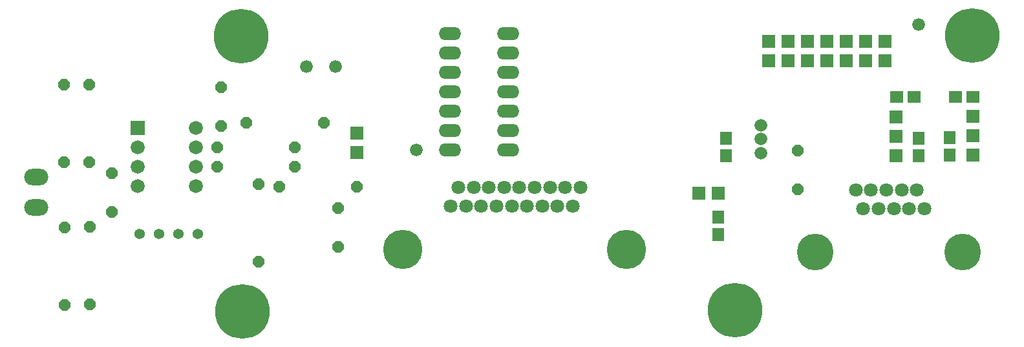
<source format=gbr>
G04 EasyPC Gerber Version 21.0.3 Build 4286 *
G04 #@! TF.Part,Single*
G04 #@! TF.FileFunction,Soldermask,Bot *
G04 #@! TF.FilePolarity,Negative *
%FSLAX35Y35*%
%MOIN*%
G04 #@! TA.AperFunction,SMDPad*
%ADD93R,0.06100X0.06600*%
G04 #@! TA.AperFunction,ComponentPad*
%ADD13R,0.06600X0.06600*%
%ADD97R,0.07200X0.07200*%
%ADD96C,0.05364*%
%ADD94C,0.06545*%
G04 #@! TA.AperFunction,WasherPad*
%ADD11C,0.06600*%
G04 #@! TA.AperFunction,ComponentPad*
%ADD89C,0.07096*%
%ADD98C,0.07200*%
%ADD90C,0.18907*%
%ADD91C,0.20285*%
G04 #@! TA.AperFunction,WasherPad*
%ADD86C,0.28159*%
%ADD87O,0.11600X0.06600*%
%ADD88O,0.12411X0.08474*%
G04 #@! TA.AperFunction,SMDPad*
%ADD92R,0.06600X0.06100*%
G04 #@! TA.AperFunction,ComponentPad*
%AMT95*0 Octagon Pad at angle 0*4,1,8,-0.01200,-0.02900,0.01200,-0.02900,0.02900,-0.01200,0.02900,0.01200,0.01200,0.02900,-0.01200,0.02900,-0.02900,0.01200,-0.02900,-0.01200,-0.01200,-0.02900,0*%
%ADD95T95*%
X0Y0D02*
D02*
D11*
X164522Y152514D03*
X179522D03*
X221116Y109600D03*
X479974Y174069D03*
D02*
D13*
X190329Y108104D03*
Y118104D03*
X366864Y87061D03*
X376864D03*
X402888Y155545D03*
Y165545D03*
X412888Y155545D03*
Y165545D03*
X422888Y155545D03*
Y165545D03*
X432888Y155545D03*
Y165545D03*
X442888Y155545D03*
Y165545D03*
X452888Y155545D03*
Y165545D03*
X462888Y155545D03*
Y165545D03*
X468557Y106589D03*
Y116589D03*
Y126589D03*
X508026Y106982D03*
Y116982D03*
Y126982D03*
D02*
D86*
X130959Y168163D03*
X131549Y26234D03*
X385585Y27022D03*
X507829Y168557D03*
D02*
D87*
X238557Y109600D03*
Y119600D03*
Y129600D03*
Y139600D03*
Y149600D03*
Y159600D03*
Y169600D03*
X268557Y109600D03*
Y119600D03*
Y129600D03*
Y139600D03*
Y149600D03*
Y159600D03*
Y169600D03*
D02*
D88*
X25250Y79896D03*
Y95421D03*
D02*
D89*
X238833Y80467D03*
X242770Y90309D03*
X246707Y80467D03*
X250644Y90309D03*
X254581Y80467D03*
X258518Y90309D03*
X262455Y80467D03*
X266392Y90309D03*
X270329Y80467D03*
X274266Y90309D03*
X278203Y80467D03*
X282140Y90309D03*
X286077Y80467D03*
X290014Y90309D03*
X293951Y80467D03*
X297888Y90309D03*
X301825Y80467D03*
X305762Y90309D03*
X447691Y88931D03*
X451628Y79089D03*
X455565Y88931D03*
X459502Y79089D03*
X463439Y88931D03*
X467376Y79089D03*
X471313Y88931D03*
X475250Y79089D03*
X479187Y88931D03*
X483124Y79089D03*
D02*
D90*
X426825Y56844D03*
X502809D03*
D02*
D91*
X214030Y58222D03*
X329384D03*
D02*
D92*
X468781Y136766D03*
X477781D03*
X499195D03*
X508195D03*
D02*
D93*
X376726Y65829D03*
Y74829D03*
X380860Y106478D03*
Y115478D03*
X480270Y106675D03*
Y115675D03*
X496215Y106774D03*
Y115774D03*
D02*
D94*
X398872Y108026D03*
Y115112D03*
Y122199D03*
D02*
D95*
X39620Y103380D03*
Y143380D03*
X39915Y29463D03*
Y69463D03*
X52612Y103380D03*
Y143380D03*
X52809Y29758D03*
Y69758D03*
X64030Y77553D03*
Y97553D03*
X118537Y100742D03*
Y110978D03*
X120624Y121943D03*
Y141943D03*
X133400Y123478D03*
X139719Y51805D03*
Y91805D03*
X150329Y90407D03*
X158537Y100742D03*
Y110978D03*
X173400Y123478D03*
X180860Y59443D03*
Y79443D03*
X190329Y90407D03*
X417967Y89266D03*
Y109266D03*
D02*
D96*
X78459Y66313D03*
X88459D03*
X98459D03*
X108459D03*
D02*
D97*
X77533Y120900D03*
D02*
D98*
Y90900D03*
Y100900D03*
Y110900D03*
X107533Y90900D03*
Y100900D03*
Y110900D03*
Y120900D03*
X0Y0D02*
M02*

</source>
